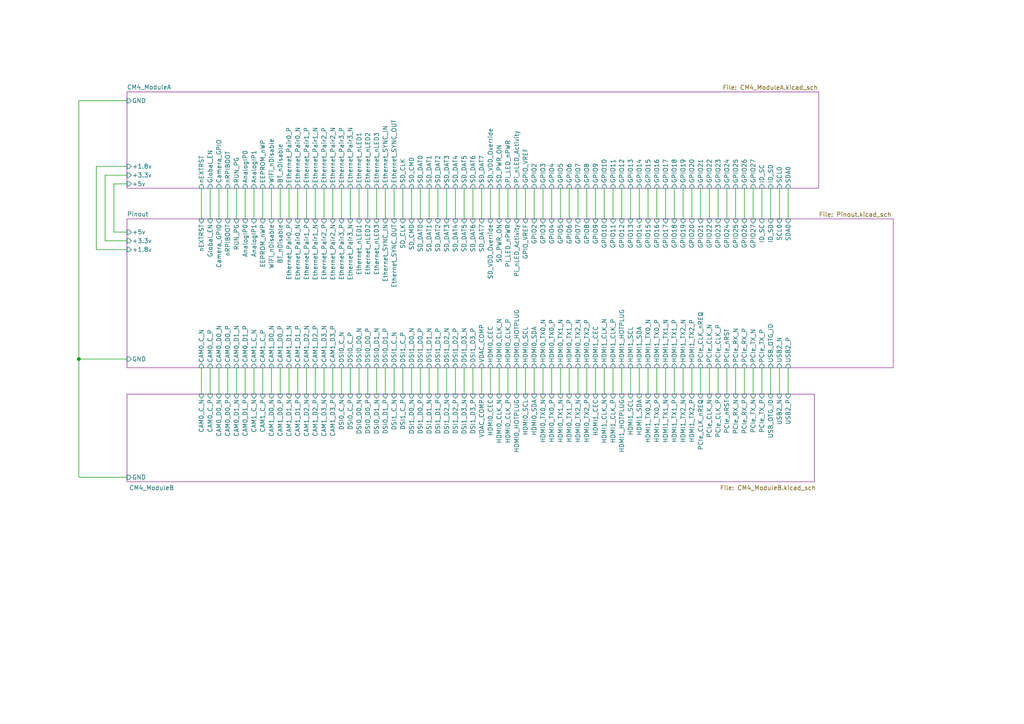
<source format=kicad_sch>
(kicad_sch (version 20201015) (generator eeschema)
  (page 1 4)
  (paper "A4")
  (lib_symbols)
  (junction (at 22.86 104.14) (diameter 0.9144))
  (wire (pts (xy 22.86 29.21) (xy 22.86 104.14)))
  (wire (pts (xy 22.86 104.14) (xy 36.83 104.14)))
  (wire (pts (xy 22.86 138.43) (xy 22.86 104.14)))
  (wire (pts (xy 27.94 48.26) (xy 27.94 72.39)))
  (wire (pts (xy 27.94 72.39) (xy 36.83 72.39)))
  (wire (pts (xy 30.48 50.8) (xy 30.48 69.85)))
  (wire (pts (xy 30.48 69.85) (xy 36.83 69.85)))
  (wire (pts (xy 33.02 53.34) (xy 33.02 67.31)))
  (wire (pts (xy 33.02 67.31) (xy 36.83 67.31)))
  (wire (pts (xy 36.83 29.21) (xy 22.86 29.21)))
  (wire (pts (xy 36.83 48.26) (xy 27.94 48.26)))
  (wire (pts (xy 36.83 50.8) (xy 30.48 50.8)))
  (wire (pts (xy 36.83 53.34) (xy 33.02 53.34)))
  (wire (pts (xy 36.83 138.43) (xy 22.86 138.43)))
  (wire (pts (xy 58.42 54.61) (xy 58.42 63.5)))
  (wire (pts (xy 58.42 106.68) (xy 58.42 114.3)))
  (wire (pts (xy 60.96 54.61) (xy 60.96 63.5)))
  (wire (pts (xy 60.96 106.68) (xy 60.96 114.3)))
  (wire (pts (xy 63.5 54.61) (xy 63.5 63.5)))
  (wire (pts (xy 63.5 106.68) (xy 63.5 114.3)))
  (wire (pts (xy 66.04 54.61) (xy 66.04 63.5)))
  (wire (pts (xy 66.04 106.68) (xy 66.04 114.3)))
  (wire (pts (xy 68.58 54.61) (xy 68.58 63.5)))
  (wire (pts (xy 68.58 106.68) (xy 68.58 114.3)))
  (wire (pts (xy 71.12 54.61) (xy 71.12 63.5)))
  (wire (pts (xy 71.12 106.68) (xy 71.12 114.3)))
  (wire (pts (xy 73.66 54.61) (xy 73.66 63.5)))
  (wire (pts (xy 73.66 106.68) (xy 73.66 114.3)))
  (wire (pts (xy 76.2 54.61) (xy 76.2 63.5)))
  (wire (pts (xy 76.2 106.68) (xy 76.2 114.3)))
  (wire (pts (xy 78.74 54.61) (xy 78.74 63.5)))
  (wire (pts (xy 78.74 106.68) (xy 78.74 114.3)))
  (wire (pts (xy 81.28 54.61) (xy 81.28 63.5)))
  (wire (pts (xy 81.28 106.68) (xy 81.28 114.3)))
  (wire (pts (xy 83.82 54.61) (xy 83.82 63.5)))
  (wire (pts (xy 83.82 106.68) (xy 83.82 114.3)))
  (wire (pts (xy 86.36 54.61) (xy 86.36 63.5)))
  (wire (pts (xy 86.36 106.68) (xy 86.36 114.3)))
  (wire (pts (xy 88.9 54.61) (xy 88.9 63.5)))
  (wire (pts (xy 88.9 106.68) (xy 88.9 114.3)))
  (wire (pts (xy 91.44 54.61) (xy 91.44 63.5)))
  (wire (pts (xy 91.44 106.68) (xy 91.44 114.3)))
  (wire (pts (xy 93.98 54.61) (xy 93.98 63.5)))
  (wire (pts (xy 93.98 106.68) (xy 93.98 114.3)))
  (wire (pts (xy 96.52 54.61) (xy 96.52 63.5)))
  (wire (pts (xy 96.52 106.68) (xy 96.52 114.3)))
  (wire (pts (xy 99.06 54.61) (xy 99.06 63.5)))
  (wire (pts (xy 99.06 106.68) (xy 99.06 114.3)))
  (wire (pts (xy 101.6 54.61) (xy 101.6 63.5)))
  (wire (pts (xy 101.6 106.68) (xy 101.6 114.3)))
  (wire (pts (xy 104.14 54.61) (xy 104.14 63.5)))
  (wire (pts (xy 104.14 106.68) (xy 104.14 114.3)))
  (wire (pts (xy 106.68 54.61) (xy 106.68 63.5)))
  (wire (pts (xy 106.68 106.68) (xy 106.68 114.3)))
  (wire (pts (xy 109.22 54.61) (xy 109.22 63.5)))
  (wire (pts (xy 109.22 106.68) (xy 109.22 114.3)))
  (wire (pts (xy 111.76 54.61) (xy 111.76 63.5)))
  (wire (pts (xy 111.76 106.68) (xy 111.76 114.3)))
  (wire (pts (xy 114.3 54.61) (xy 114.3 63.5)))
  (wire (pts (xy 114.3 106.68) (xy 114.3 114.3)))
  (wire (pts (xy 116.84 54.61) (xy 116.84 63.5)))
  (wire (pts (xy 116.84 106.68) (xy 116.84 114.3)))
  (wire (pts (xy 119.38 54.61) (xy 119.38 63.5)))
  (wire (pts (xy 119.38 106.68) (xy 119.38 114.3)))
  (wire (pts (xy 121.92 54.61) (xy 121.92 63.5)))
  (wire (pts (xy 121.92 106.68) (xy 121.92 114.3)))
  (wire (pts (xy 124.46 54.61) (xy 124.46 63.5)))
  (wire (pts (xy 124.46 106.68) (xy 124.46 114.3)))
  (wire (pts (xy 127 54.61) (xy 127 63.5)))
  (wire (pts (xy 127 106.68) (xy 127 114.3)))
  (wire (pts (xy 129.54 54.61) (xy 129.54 63.5)))
  (wire (pts (xy 129.54 106.68) (xy 129.54 114.3)))
  (wire (pts (xy 132.08 54.61) (xy 132.08 63.5)))
  (wire (pts (xy 132.08 106.68) (xy 132.08 114.3)))
  (wire (pts (xy 134.62 54.61) (xy 134.62 63.5)))
  (wire (pts (xy 134.62 106.68) (xy 134.62 114.3)))
  (wire (pts (xy 137.16 54.61) (xy 137.16 63.5)))
  (wire (pts (xy 137.16 106.68) (xy 137.16 114.3)))
  (wire (pts (xy 139.7 54.61) (xy 139.7 63.5)))
  (wire (pts (xy 139.7 106.68) (xy 139.7 114.3)))
  (wire (pts (xy 142.24 54.61) (xy 142.24 63.5)))
  (wire (pts (xy 142.24 106.68) (xy 142.24 114.3)))
  (wire (pts (xy 144.78 54.61) (xy 144.78 63.5)))
  (wire (pts (xy 144.78 106.68) (xy 144.78 114.3)))
  (wire (pts (xy 147.32 54.61) (xy 147.32 63.5)))
  (wire (pts (xy 147.32 106.68) (xy 147.32 114.3)))
  (wire (pts (xy 149.86 54.61) (xy 149.86 63.5)))
  (wire (pts (xy 149.86 106.68) (xy 149.86 114.3)))
  (wire (pts (xy 152.4 54.61) (xy 152.4 63.5)))
  (wire (pts (xy 152.4 106.68) (xy 152.4 114.3)))
  (wire (pts (xy 154.94 54.61) (xy 154.94 63.5)))
  (wire (pts (xy 154.94 106.68) (xy 154.94 114.3)))
  (wire (pts (xy 157.48 54.61) (xy 157.48 63.5)))
  (wire (pts (xy 157.48 106.68) (xy 157.48 114.3)))
  (wire (pts (xy 160.02 54.61) (xy 160.02 63.5)))
  (wire (pts (xy 160.02 106.68) (xy 160.02 114.3)))
  (wire (pts (xy 162.56 54.61) (xy 162.56 63.5)))
  (wire (pts (xy 162.56 106.68) (xy 162.56 114.3)))
  (wire (pts (xy 165.1 54.61) (xy 165.1 63.5)))
  (wire (pts (xy 165.1 106.68) (xy 165.1 114.3)))
  (wire (pts (xy 167.64 54.61) (xy 167.64 63.5)))
  (wire (pts (xy 167.64 106.68) (xy 167.64 114.3)))
  (wire (pts (xy 170.18 54.61) (xy 170.18 63.5)))
  (wire (pts (xy 170.18 106.68) (xy 170.18 114.3)))
  (wire (pts (xy 172.72 54.61) (xy 172.72 63.5)))
  (wire (pts (xy 172.72 106.68) (xy 172.72 114.3)))
  (wire (pts (xy 175.26 54.61) (xy 175.26 63.5)))
  (wire (pts (xy 175.26 106.68) (xy 175.26 114.3)))
  (wire (pts (xy 177.8 54.61) (xy 177.8 63.5)))
  (wire (pts (xy 177.8 106.68) (xy 177.8 114.3)))
  (wire (pts (xy 180.34 54.61) (xy 180.34 63.5)))
  (wire (pts (xy 180.34 106.68) (xy 180.34 114.3)))
  (wire (pts (xy 182.88 54.61) (xy 182.88 63.5)))
  (wire (pts (xy 182.88 106.68) (xy 182.88 114.3)))
  (wire (pts (xy 185.42 54.61) (xy 185.42 63.5)))
  (wire (pts (xy 185.42 106.68) (xy 185.42 114.3)))
  (wire (pts (xy 187.96 54.61) (xy 187.96 63.5)))
  (wire (pts (xy 187.96 106.68) (xy 187.96 114.3)))
  (wire (pts (xy 190.5 54.61) (xy 190.5 63.5)))
  (wire (pts (xy 190.5 106.68) (xy 190.5 114.3)))
  (wire (pts (xy 193.04 54.61) (xy 193.04 63.5)))
  (wire (pts (xy 193.04 106.68) (xy 193.04 114.3)))
  (wire (pts (xy 195.58 54.61) (xy 195.58 63.5)))
  (wire (pts (xy 195.58 106.68) (xy 195.58 114.3)))
  (wire (pts (xy 198.12 54.61) (xy 198.12 63.5)))
  (wire (pts (xy 198.12 106.68) (xy 198.12 114.3)))
  (wire (pts (xy 200.66 54.61) (xy 200.66 63.5)))
  (wire (pts (xy 200.66 106.68) (xy 200.66 114.3)))
  (wire (pts (xy 203.2 54.61) (xy 203.2 63.5)))
  (wire (pts (xy 203.2 106.68) (xy 203.2 114.3)))
  (wire (pts (xy 205.74 54.61) (xy 205.74 63.5)))
  (wire (pts (xy 205.74 106.68) (xy 205.74 114.3)))
  (wire (pts (xy 208.28 54.61) (xy 208.28 63.5)))
  (wire (pts (xy 208.28 106.68) (xy 208.28 114.3)))
  (wire (pts (xy 210.82 54.61) (xy 210.82 63.5)))
  (wire (pts (xy 210.82 106.68) (xy 210.82 114.3)))
  (wire (pts (xy 213.36 54.61) (xy 213.36 63.5)))
  (wire (pts (xy 213.36 106.68) (xy 213.36 114.3)))
  (wire (pts (xy 215.9 54.61) (xy 215.9 63.5)))
  (wire (pts (xy 215.9 106.68) (xy 215.9 114.3)))
  (wire (pts (xy 218.44 54.61) (xy 218.44 63.5)))
  (wire (pts (xy 218.44 106.68) (xy 218.44 114.3)))
  (wire (pts (xy 220.98 54.61) (xy 220.98 63.5)))
  (wire (pts (xy 220.98 106.68) (xy 220.98 114.3)))
  (wire (pts (xy 223.52 54.61) (xy 223.52 63.5)))
  (wire (pts (xy 223.52 106.68) (xy 223.52 114.3)))
  (wire (pts (xy 226.06 54.61) (xy 226.06 63.5)))
  (wire (pts (xy 226.06 106.68) (xy 226.06 114.3)))
  (wire (pts (xy 228.6 54.61) (xy 228.6 63.5)))
  (wire (pts (xy 228.6 106.68) (xy 228.6 114.3)))
  (sheet (at 36.83 26.67) (size 200.66 27.94) (stroke (width 0.001) (color 132 0 132 1)) (fill (color 255 255 255 0.0000))
    (property "Sheet name" "CM4_ModuleA" (at 36.83 26.0341 0) (effects (justify left bottom)))
    (property "Sheet file" "CM4_ModuleA.kicad_sch" (at 209.55 24.6389 0) (effects (justify left top)))
    (pin "GND" input (at 36.83 29.21 180))
    (pin "+5v" input (at 36.83 53.34 180))
    (pin "+3.3v" input (at 36.83 50.8 180))
    (pin "+1.8v" input (at 36.83 48.26 180))
    (pin "nEXTRST" input (at 58.42 54.61 270))
    (pin "Global_EN" input (at 60.96 54.61 270))
    (pin "Camera_GPIO" input (at 63.5 54.61 270))
    (pin "nRPIBOOT" input (at 66.04 54.61 270))
    (pin "RUN_PG" input (at 68.58 54.61 270))
    (pin "AnalogIP0" input (at 71.12 54.61 270))
    (pin "AnalogIP1" input (at 73.66 54.61 270))
    (pin "EEPROM_nWP" input (at 76.2 54.61 270))
    (pin "WiFi_nDisable" input (at 78.74 54.61 270))
    (pin "BT_nDisable" input (at 81.28 54.61 270))
    (pin "Ethernet_Pair0_P" input (at 83.82 54.61 270))
    (pin "Ethernet_Pair0_N" input (at 86.36 54.61 270))
    (pin "Ethernet_Pair1_P" input (at 88.9 54.61 270))
    (pin "Ethernet_Pair1_N" input (at 91.44 54.61 270))
    (pin "Ethernet_Pair2_P" input (at 93.98 54.61 270))
    (pin "Ethernet_Pair2_N" input (at 96.52 54.61 270))
    (pin "Ethernet_Pair3_P" input (at 99.06 54.61 270))
    (pin "Ethernet_Pair3_N" input (at 101.6 54.61 270))
    (pin "Ethernet_nLED1" input (at 104.14 54.61 270))
    (pin "Ethernet_nLED2" input (at 106.68 54.61 270))
    (pin "Ethernet_nLED3" input (at 109.22 54.61 270))
    (pin "Ethernet_SYNC_IN" input (at 111.76 54.61 270))
    (pin "Ethernet_SYNC_OUT" input (at 114.3 54.61 270))
    (pin "SD_CLK" input (at 116.84 54.61 270))
    (pin "SD_CMD" input (at 119.38 54.61 270))
    (pin "SD_DAT0" input (at 121.92 54.61 270))
    (pin "SD_DAT1" input (at 124.46 54.61 270))
    (pin "SD_DAT2" input (at 127 54.61 270))
    (pin "SD_DAT3" input (at 129.54 54.61 270))
    (pin "SD_DAT4" input (at 132.08 54.61 270))
    (pin "SD_DAT5" input (at 134.62 54.61 270))
    (pin "SD_DAT6" input (at 137.16 54.61 270))
    (pin "SD_DAT7" input (at 139.7 54.61 270))
    (pin "SD_VDD_Override" input (at 142.24 54.61 270))
    (pin "SD_PWR_ON" input (at 144.78 54.61 270))
    (pin "PI_LED_nPWR" input (at 147.32 54.61 270))
    (pin "Pi_nLED_Activity" input (at 149.86 54.61 270))
    (pin "GPIO_VREF" input (at 152.4 54.61 270))
    (pin "GPIO2" input (at 154.94 54.61 270))
    (pin "GPIO3" input (at 157.48 54.61 270))
    (pin "GPIO4" input (at 160.02 54.61 270))
    (pin "GPIO5" input (at 162.56 54.61 270))
    (pin "GPIO6" input (at 165.1 54.61 270))
    (pin "GPIO7" input (at 167.64 54.61 270))
    (pin "GPIO8" input (at 170.18 54.61 270))
    (pin "GPIO9" input (at 172.72 54.61 270))
    (pin "GPIO10" input (at 175.26 54.61 270))
    (pin "GPIO11" input (at 177.8 54.61 270))
    (pin "GPIO12" input (at 180.34 54.61 270))
    (pin "GPIO13" input (at 182.88 54.61 270))
    (pin "GPIO14" input (at 185.42 54.61 270))
    (pin "GPIO15" input (at 187.96 54.61 270))
    (pin "GPIO16" input (at 190.5 54.61 270))
    (pin "GPIO17" input (at 193.04 54.61 270))
    (pin "GPIO18" input (at 195.58 54.61 270))
    (pin "GPIO19" input (at 198.12 54.61 270))
    (pin "GPIO20" input (at 200.66 54.61 270))
    (pin "GPIO21" input (at 203.2 54.61 270))
    (pin "GPIO22" input (at 205.74 54.61 270))
    (pin "GPIO23" input (at 208.28 54.61 270))
    (pin "GPIO24" input (at 210.82 54.61 270))
    (pin "GPIO25" input (at 213.36 54.61 270))
    (pin "GPIO26" input (at 215.9 54.61 270))
    (pin "GPIO27" input (at 218.44 54.61 270))
    (pin "ID_SC" input (at 220.98 54.61 270))
    (pin "ID_SD" input (at 223.52 54.61 270))
    (pin "SCL0" input (at 226.06 54.61 270))
    (pin "SDA0" input (at 228.6 54.61 270))
  )
  (sheet (at 36.83 114.3) (size 199.39 25.4) (stroke (width 0.001) (color 132 0 132 1)) (fill (color 255 255 255 0.0000))
    (property "Sheet name" "CM4_ModuleB" (at 37.4641 142.24 0) (effects (justify left bottom)))
    (property "Sheet file" "CM4_ModuleB.kicad_sch" (at 208.7889 142.24 0) (effects (justify left bottom)))
    (pin "GND" input (at 36.83 138.43 180))
    (pin "CAM0_C_N" input (at 58.42 114.3 90))
    (pin "CAM0_C_P" input (at 60.96 114.3 90))
    (pin "CAM0_D0_N" input (at 63.5 114.3 90))
    (pin "CAM0_D0_P" input (at 66.04 114.3 90))
    (pin "CAM0_D1_N" input (at 68.58 114.3 90))
    (pin "CAM0_D1_P" input (at 71.12 114.3 90))
    (pin "CAM1_C_N" input (at 73.66 114.3 90))
    (pin "CAM1_C_P" input (at 76.2 114.3 90))
    (pin "CAM1_D0_N" input (at 78.74 114.3 90))
    (pin "CAM1_D0_P" input (at 81.28 114.3 90))
    (pin "CAM1_D1_N" input (at 83.82 114.3 90))
    (pin "CAM1_D1_P" input (at 86.36 114.3 90))
    (pin "CAM1_D2_N" input (at 88.9 114.3 90))
    (pin "CAM1_D2_P" input (at 91.44 114.3 90))
    (pin "CAM1_D3_N" input (at 93.98 114.3 90))
    (pin "CAM1_D3_P" input (at 96.52 114.3 90))
    (pin "DSI0_C_N" input (at 99.06 114.3 90))
    (pin "DSI0_C_P" input (at 101.6 114.3 90))
    (pin "DSI0_D0_N" input (at 104.14 114.3 90))
    (pin "DSI0_D0_P" input (at 106.68 114.3 90))
    (pin "DSI0_D1_N" input (at 109.22 114.3 90))
    (pin "DSI0_D1_P" input (at 111.76 114.3 90))
    (pin "DSI1_C_N" input (at 114.3 114.3 90))
    (pin "DSI1_C_P" input (at 116.84 114.3 90))
    (pin "DSI1_D0_N" input (at 119.38 114.3 90))
    (pin "DSI1_D0_P" input (at 121.92 114.3 90))
    (pin "DSI1_D1_N" input (at 124.46 114.3 90))
    (pin "DSI1_D1_P" input (at 127 114.3 90))
    (pin "DSI1_D2_N" input (at 129.54 114.3 90))
    (pin "DSI1_D2_P" input (at 132.08 114.3 90))
    (pin "DSI1_D3_N" input (at 134.62 114.3 90))
    (pin "DSI1_D3_P" input (at 137.16 114.3 90))
    (pin "VDAC_COMP" input (at 139.7 114.3 90))
    (pin "HDMI0_CEC" input (at 142.24 114.3 90))
    (pin "HDMI0_CLK_N" input (at 144.78 114.3 90))
    (pin "HDMI0_CLK_P" input (at 147.32 114.3 90))
    (pin "HDMI0_HOTPLUG" input (at 149.86 114.3 90))
    (pin "HDMI0_SCL" input (at 152.4 114.3 90))
    (pin "HDMI0_SDA" input (at 154.94 114.3 90))
    (pin "HDMI0_TX0_N" input (at 157.48 114.3 90))
    (pin "HDMI0_TX0_P" input (at 160.02 114.3 90))
    (pin "HDMI0_TX1_N" input (at 162.56 114.3 90))
    (pin "HDMI0_TX1_P" input (at 165.1 114.3 90))
    (pin "HDMI0_TX2_N" input (at 167.64 114.3 90))
    (pin "HDMI0_TX2_P" input (at 170.18 114.3 90))
    (pin "HDMI1_CEC" input (at 172.72 114.3 90))
    (pin "HDMI1_CLK_N" input (at 175.26 114.3 90))
    (pin "HDMI1_CLK_P" input (at 177.8 114.3 90))
    (pin "HDMI1_HOTPLUG" input (at 180.34 114.3 90))
    (pin "HDMI1_SCL" input (at 182.88 114.3 90))
    (pin "HDMI1_SDA" input (at 185.42 114.3 90))
    (pin "HDMI1_TX0_N" input (at 187.96 114.3 90))
    (pin "HDMI1_TX0_P" input (at 190.5 114.3 90))
    (pin "HDMI1_TX1_N" input (at 193.04 114.3 90))
    (pin "HDMI1_TX1_P" input (at 195.58 114.3 90))
    (pin "HDMI1_TX2_N" input (at 198.12 114.3 90))
    (pin "HDMI1_TX2_P" input (at 200.66 114.3 90))
    (pin "PCIe_CLK_N" input (at 205.74 114.3 90))
    (pin "PCIe_CLK_nREQ" input (at 203.2 114.3 90))
    (pin "PCIe_CLK_P" input (at 208.28 114.3 90))
    (pin "PCIe_nRST" input (at 210.82 114.3 90))
    (pin "PCIe_RX_N" input (at 213.36 114.3 90))
    (pin "PCIe_RX_P" input (at 215.9 114.3 90))
    (pin "PCIe_TX_N" input (at 218.44 114.3 90))
    (pin "PCIe_TX_P" input (at 220.98 114.3 90))
    (pin "USB_OTG_ID" input (at 223.52 114.3 90))
    (pin "USB2_N" input (at 226.06 114.3 90))
    (pin "USB2_P" input (at 228.6 114.3 90))
  )
  (sheet (at 36.83 63.5) (size 222.25 43.18) (stroke (width 0.001) (color 132 0 132 1)) (fill (color 255 255 255 0.0000))
    (property "Sheet name" "Pinout" (at 36.83 62.8641 0) (effects (justify left bottom)))
    (property "Sheet file" "Pinout.kicad_sch" (at 237.49 61.4689 0) (effects (justify left top)))
    (pin "+5v" input (at 36.83 67.31 180))
    (pin "+1.8v" input (at 36.83 72.39 180))
    (pin "+3.3v" input (at 36.83 69.85 180))
    (pin "GND" input (at 36.83 104.14 180))
    (pin "GPIO_VREF" input (at 152.4 63.5 90))
    (pin "SD_CLK" input (at 116.84 63.5 90))
    (pin "SD_DAT0" input (at 121.92 63.5 90))
    (pin "SD_DAT1" input (at 124.46 63.5 90))
    (pin "Ethernet_SYNC_OUT" input (at 114.3 63.5 90))
    (pin "SD_CMD" input (at 119.38 63.5 90))
    (pin "Ethernet_SYNC_IN" input (at 111.76 63.5 90))
    (pin "Ethernet_Pair3_P" input (at 99.06 63.5 90))
    (pin "Ethernet_Pair2_N" input (at 96.52 63.5 90))
    (pin "Ethernet_Pair2_P" input (at 93.98 63.5 90))
    (pin "BT_nDisable" input (at 81.28 63.5 90))
    (pin "Ethernet_Pair1_N" input (at 91.44 63.5 90))
    (pin "Ethernet_Pair0_P" input (at 83.82 63.5 90))
    (pin "Ethernet_Pair1_P" input (at 88.9 63.5 90))
    (pin "Ethernet_Pair0_N" input (at 86.36 63.5 90))
    (pin "SD_VDD_Override" input (at 142.24 63.5 90))
    (pin "SD_DAT2" input (at 127 63.5 90))
    (pin "SD_DAT3" input (at 129.54 63.5 90))
    (pin "SD_DAT7" input (at 139.7 63.5 90))
    (pin "SD_DAT6" input (at 137.16 63.5 90))
    (pin "SD_DAT5" input (at 134.62 63.5 90))
    (pin "SD_DAT4" input (at 132.08 63.5 90))
    (pin "Ethernet_nLED1" input (at 104.14 63.5 90))
    (pin "Ethernet_nLED3" input (at 109.22 63.5 90))
    (pin "SD_PWR_ON" input (at 144.78 63.5 90))
    (pin "Ethernet_nLED2" input (at 106.68 63.5 90))
    (pin "Ethernet_Pair3_N" input (at 101.6 63.5 90))
    (pin "Camera_GPIO" input (at 63.5 63.5 90))
    (pin "nRPIBOOT" input (at 66.04 63.5 90))
    (pin "Global_EN" input (at 60.96 63.5 90))
    (pin "WiFi_nDisable" input (at 78.74 63.5 90))
    (pin "EEPROM_nWP" input (at 76.2 63.5 90))
    (pin "AnalogIP1" input (at 73.66 63.5 90))
    (pin "RUN_PG" input (at 68.58 63.5 90))
    (pin "AnalogIP0" input (at 71.12 63.5 90))
    (pin "nEXTRST" input (at 58.42 63.5 90))
    (pin "Pi_nLED_Activity" input (at 149.86 63.5 90))
    (pin "GPIO4" input (at 160.02 63.5 90))
    (pin "PI_LED_nPWR" input (at 147.32 63.5 90))
    (pin "GPIO2" input (at 154.94 63.5 90))
    (pin "GPIO3" input (at 157.48 63.5 90))
    (pin "GPIO15" input (at 187.96 63.5 90))
    (pin "GPIO16" input (at 190.5 63.5 90))
    (pin "GPIO18" input (at 195.58 63.5 90))
    (pin "GPIO6" input (at 165.1 63.5 90))
    (pin "GPIO5" input (at 162.56 63.5 90))
    (pin "GPIO20" input (at 200.66 63.5 90))
    (pin "GPIO24" input (at 210.82 63.5 90))
    (pin "GPIO21" input (at 203.2 63.5 90))
    (pin "GPIO23" input (at 208.28 63.5 90))
    (pin "GPIO22" input (at 205.74 63.5 90))
    (pin "GPIO7" input (at 167.64 63.5 90))
    (pin "GPIO14" input (at 185.42 63.5 90))
    (pin "GPIO8" input (at 170.18 63.5 90))
    (pin "GPIO10" input (at 175.26 63.5 90))
    (pin "GPIO12" input (at 180.34 63.5 90))
    (pin "GPIO13" input (at 182.88 63.5 90))
    (pin "GPIO11" input (at 177.8 63.5 90))
    (pin "GPIO9" input (at 172.72 63.5 90))
    (pin "GPIO19" input (at 198.12 63.5 90))
    (pin "SDA0" input (at 228.6 63.5 90))
    (pin "ID_SD" input (at 223.52 63.5 90))
    (pin "SCL0" input (at 226.06 63.5 90))
    (pin "GPIO17" input (at 193.04 63.5 90))
    (pin "ID_SC" input (at 220.98 63.5 90))
    (pin "GPIO25" input (at 213.36 63.5 90))
    (pin "GPIO26" input (at 215.9 63.5 90))
    (pin "GPIO27" input (at 218.44 63.5 90))
    (pin "HDMI0_CEC" input (at 142.24 106.68 270))
    (pin "HDMI0_CLK_P" input (at 147.32 106.68 270))
    (pin "USB2_P" input (at 228.6 106.68 270))
    (pin "PCIe_TX_P" input (at 220.98 106.68 270))
    (pin "USB_OTG_ID" input (at 223.52 106.68 270))
    (pin "USB2_N" input (at 226.06 106.68 270))
    (pin "PCIe_RX_N" input (at 213.36 106.68 270))
    (pin "PCIe_RX_P" input (at 215.9 106.68 270))
    (pin "PCIe_CLK_nREQ" input (at 203.2 106.68 270))
    (pin "PCIe_TX_N" input (at 218.44 106.68 270))
    (pin "PCIe_CLK_P" input (at 208.28 106.68 270))
    (pin "PCIe_CLK_N" input (at 205.74 106.68 270))
    (pin "PCIe_nRST" input (at 210.82 106.68 270))
    (pin "HDMI1_TX2_P" input (at 200.66 106.68 270))
    (pin "HDMI0_CLK_N" input (at 144.78 106.68 270))
    (pin "HDMI0_TX0_P" input (at 160.02 106.68 270))
    (pin "HDMI0_HOTPLUG" input (at 149.86 106.68 270))
    (pin "HDMI0_TX0_N" input (at 157.48 106.68 270))
    (pin "HDMI0_SCL" input (at 152.4 106.68 270))
    (pin "HDMI0_SDA" input (at 154.94 106.68 270))
    (pin "HDMI1_CEC" input (at 172.72 106.68 270))
    (pin "HDMI0_TX1_N" input (at 162.56 106.68 270))
    (pin "HDMI0_TX2_N" input (at 167.64 106.68 270))
    (pin "HDMI0_TX1_P" input (at 165.1 106.68 270))
    (pin "HDMI1_CLK_P" input (at 177.8 106.68 270))
    (pin "HDMI1_CLK_N" input (at 175.26 106.68 270))
    (pin "HDMI0_TX2_P" input (at 170.18 106.68 270))
    (pin "HDMI1_HOTPLUG" input (at 180.34 106.68 270))
    (pin "HDMI1_SCL" input (at 182.88 106.68 270))
    (pin "HDMI1_TX0_N" input (at 187.96 106.68 270))
    (pin "HDMI1_SDA" input (at 185.42 106.68 270))
    (pin "HDMI1_TX0_P" input (at 190.5 106.68 270))
    (pin "HDMI1_TX1_P" input (at 195.58 106.68 270))
    (pin "HDMI1_TX2_N" input (at 198.12 106.68 270))
    (pin "HDMI1_TX1_N" input (at 193.04 106.68 270))
    (pin "VDAC_COMP" input (at 139.7 106.68 270))
    (pin "DSI1_D3_N" input (at 134.62 106.68 270))
    (pin "DSI1_D2_N" input (at 129.54 106.68 270))
    (pin "DSI1_D2_P" input (at 132.08 106.68 270))
    (pin "DSI1_D3_P" input (at 137.16 106.68 270))
    (pin "DSI0_D1_P" input (at 111.76 106.68 270))
    (pin "DSI1_D1_P" input (at 127 106.68 270))
    (pin "CAM1_D3_N" input (at 93.98 106.68 270))
    (pin "CAM1_D0_P" input (at 81.28 106.68 270))
    (pin "CAM1_D3_P" input (at 96.52 106.68 270))
    (pin "CAM1_D2_N" input (at 88.9 106.68 270))
    (pin "DSI0_C_N" input (at 99.06 106.68 270))
    (pin "DSI1_D0_P" input (at 121.92 106.68 270))
    (pin "DSI1_D1_N" input (at 124.46 106.68 270))
    (pin "DSI1_C_N" input (at 114.3 106.68 270))
    (pin "DSI1_C_P" input (at 116.84 106.68 270))
    (pin "DSI1_D0_N" input (at 119.38 106.68 270))
    (pin "DSI0_D1_N" input (at 109.22 106.68 270))
    (pin "DSI0_D0_N" input (at 104.14 106.68 270))
    (pin "DSI0_D0_P" input (at 106.68 106.68 270))
    (pin "DSI0_C_P" input (at 101.6 106.68 270))
    (pin "CAM1_C_N" input (at 73.66 106.68 270))
    (pin "CAM1_C_P" input (at 76.2 106.68 270))
    (pin "CAM0_D1_P" input (at 71.12 106.68 270))
    (pin "CAM1_D2_P" input (at 91.44 106.68 270))
    (pin "CAM1_D0_N" input (at 78.74 106.68 270))
    (pin "CAM1_D1_P" input (at 86.36 106.68 270))
    (pin "CAM1_D1_N" input (at 83.82 106.68 270))
    (pin "CAM0_D0_P" input (at 66.04 106.68 270))
    (pin "CAM0_D1_N" input (at 68.58 106.68 270))
    (pin "CAM0_C_P" input (at 60.96 106.68 270))
    (pin "CAM0_D0_N" input (at 63.5 106.68 270))
    (pin "CAM0_C_N" input (at 58.42 106.68 270))
  )
)
</source>
